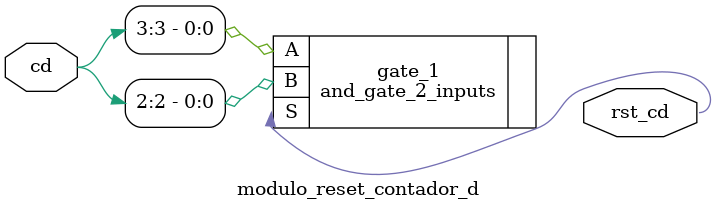
<source format=v>
module modulo_reset_contador_d(cd, rst_cd);
	
	
	input [3:0] cd;
	output rst_cd;
	
	and_gate_2_inputs gate_1(.A(cd[3]),.B(cd[2]),.S(rst_cd));
	
	
endmodule 
</source>
